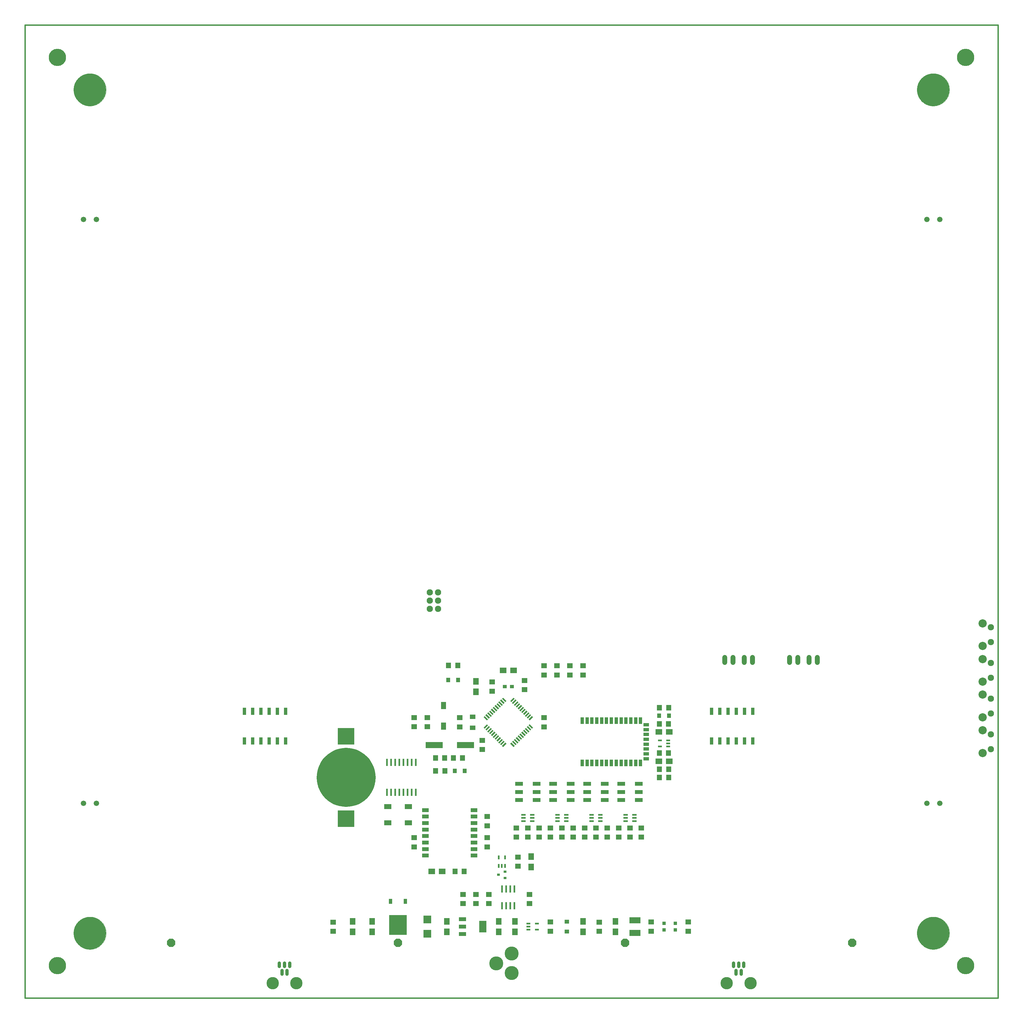
<source format=gts>
G75*
%MOIN*%
%OFA0B0*%
%FSLAX25Y25*%
%IPPOS*%
%LPD*%
%AMOC8*
5,1,8,0,0,1.08239X$1,22.5*
%
%ADD10C,0.01600*%
%ADD11C,0.00000*%
%ADD12C,0.39370*%
%ADD13R,0.07087X0.08465*%
%ADD14R,0.05512X0.04724*%
%ADD15R,0.09449X0.09449*%
%ADD16R,0.08800X0.04800*%
%ADD17R,0.08661X0.14173*%
%ADD18R,0.07087X0.06299*%
%ADD19R,0.13386X0.07480*%
%ADD20R,0.03937X0.03937*%
%ADD21R,0.07098X0.06299*%
%ADD22R,0.04724X0.03937*%
%ADD23R,0.08465X0.07087*%
%ADD24R,0.04724X0.02165*%
%ADD25R,0.06299X0.07087*%
%ADD26R,0.04724X0.05512*%
%ADD27R,0.03500X0.03100*%
%ADD28R,0.02362X0.08661*%
%ADD29R,0.07087X0.05512*%
%ADD30R,0.06299X0.07098*%
%ADD31C,0.17000*%
%ADD32R,0.21000X0.07600*%
%ADD33R,0.06299X0.09055*%
%ADD34C,0.15000*%
%ADD35C,0.04134*%
%ADD36C,0.07600*%
%ADD37R,0.05906X0.01969*%
%ADD38R,0.01969X0.05906*%
%ADD39R,0.03937X0.07874*%
%ADD40R,0.07087X0.03937*%
%ADD41R,0.16000X0.16000*%
%ADD42R,0.20000X0.20000*%
%ADD43C,0.00500*%
%ADD44R,0.07874X0.04724*%
%ADD45R,0.02165X0.04724*%
%ADD46R,0.09055X0.06299*%
%ADD47R,0.05315X0.02165*%
%ADD48OC8,0.10000*%
%ADD49C,0.06600*%
%ADD50R,0.03937X0.06299*%
%ADD51R,0.21260X0.24409*%
%ADD52C,0.21000*%
%ADD53C,0.06000*%
%ADD54R,0.09449X0.05000*%
%ADD55R,0.04000X0.09000*%
%ADD56C,0.10000*%
D10*
X0001800Y0009496D02*
X1182902Y0009496D01*
X1182902Y1190598D01*
X0001800Y1190598D01*
X0001800Y0009496D01*
D11*
X0060855Y0088236D02*
X0060861Y0088719D01*
X0060879Y0089202D01*
X0060908Y0089684D01*
X0060950Y0090165D01*
X0061003Y0090646D01*
X0061068Y0091124D01*
X0061145Y0091601D01*
X0061233Y0092076D01*
X0061333Y0092549D01*
X0061445Y0093019D01*
X0061568Y0093486D01*
X0061703Y0093950D01*
X0061849Y0094411D01*
X0062006Y0094868D01*
X0062174Y0095321D01*
X0062353Y0095769D01*
X0062544Y0096213D01*
X0062745Y0096652D01*
X0062957Y0097087D01*
X0063179Y0097515D01*
X0063412Y0097939D01*
X0063656Y0098356D01*
X0063909Y0098767D01*
X0064173Y0099172D01*
X0064446Y0099571D01*
X0064729Y0099962D01*
X0065021Y0100347D01*
X0065323Y0100724D01*
X0065634Y0101094D01*
X0065954Y0101456D01*
X0066283Y0101810D01*
X0066621Y0102155D01*
X0066966Y0102493D01*
X0067320Y0102822D01*
X0067682Y0103142D01*
X0068052Y0103453D01*
X0068429Y0103755D01*
X0068814Y0104047D01*
X0069205Y0104330D01*
X0069604Y0104603D01*
X0070009Y0104867D01*
X0070420Y0105120D01*
X0070837Y0105364D01*
X0071261Y0105597D01*
X0071689Y0105819D01*
X0072124Y0106031D01*
X0072563Y0106232D01*
X0073007Y0106423D01*
X0073455Y0106602D01*
X0073908Y0106770D01*
X0074365Y0106927D01*
X0074826Y0107073D01*
X0075290Y0107208D01*
X0075757Y0107331D01*
X0076227Y0107443D01*
X0076700Y0107543D01*
X0077175Y0107631D01*
X0077652Y0107708D01*
X0078130Y0107773D01*
X0078611Y0107826D01*
X0079092Y0107868D01*
X0079574Y0107897D01*
X0080057Y0107915D01*
X0080540Y0107921D01*
X0081023Y0107915D01*
X0081506Y0107897D01*
X0081988Y0107868D01*
X0082469Y0107826D01*
X0082950Y0107773D01*
X0083428Y0107708D01*
X0083905Y0107631D01*
X0084380Y0107543D01*
X0084853Y0107443D01*
X0085323Y0107331D01*
X0085790Y0107208D01*
X0086254Y0107073D01*
X0086715Y0106927D01*
X0087172Y0106770D01*
X0087625Y0106602D01*
X0088073Y0106423D01*
X0088517Y0106232D01*
X0088956Y0106031D01*
X0089391Y0105819D01*
X0089819Y0105597D01*
X0090243Y0105364D01*
X0090660Y0105120D01*
X0091071Y0104867D01*
X0091476Y0104603D01*
X0091875Y0104330D01*
X0092266Y0104047D01*
X0092651Y0103755D01*
X0093028Y0103453D01*
X0093398Y0103142D01*
X0093760Y0102822D01*
X0094114Y0102493D01*
X0094459Y0102155D01*
X0094797Y0101810D01*
X0095126Y0101456D01*
X0095446Y0101094D01*
X0095757Y0100724D01*
X0096059Y0100347D01*
X0096351Y0099962D01*
X0096634Y0099571D01*
X0096907Y0099172D01*
X0097171Y0098767D01*
X0097424Y0098356D01*
X0097668Y0097939D01*
X0097901Y0097515D01*
X0098123Y0097087D01*
X0098335Y0096652D01*
X0098536Y0096213D01*
X0098727Y0095769D01*
X0098906Y0095321D01*
X0099074Y0094868D01*
X0099231Y0094411D01*
X0099377Y0093950D01*
X0099512Y0093486D01*
X0099635Y0093019D01*
X0099747Y0092549D01*
X0099847Y0092076D01*
X0099935Y0091601D01*
X0100012Y0091124D01*
X0100077Y0090646D01*
X0100130Y0090165D01*
X0100172Y0089684D01*
X0100201Y0089202D01*
X0100219Y0088719D01*
X0100225Y0088236D01*
X0100219Y0087753D01*
X0100201Y0087270D01*
X0100172Y0086788D01*
X0100130Y0086307D01*
X0100077Y0085826D01*
X0100012Y0085348D01*
X0099935Y0084871D01*
X0099847Y0084396D01*
X0099747Y0083923D01*
X0099635Y0083453D01*
X0099512Y0082986D01*
X0099377Y0082522D01*
X0099231Y0082061D01*
X0099074Y0081604D01*
X0098906Y0081151D01*
X0098727Y0080703D01*
X0098536Y0080259D01*
X0098335Y0079820D01*
X0098123Y0079385D01*
X0097901Y0078957D01*
X0097668Y0078533D01*
X0097424Y0078116D01*
X0097171Y0077705D01*
X0096907Y0077300D01*
X0096634Y0076901D01*
X0096351Y0076510D01*
X0096059Y0076125D01*
X0095757Y0075748D01*
X0095446Y0075378D01*
X0095126Y0075016D01*
X0094797Y0074662D01*
X0094459Y0074317D01*
X0094114Y0073979D01*
X0093760Y0073650D01*
X0093398Y0073330D01*
X0093028Y0073019D01*
X0092651Y0072717D01*
X0092266Y0072425D01*
X0091875Y0072142D01*
X0091476Y0071869D01*
X0091071Y0071605D01*
X0090660Y0071352D01*
X0090243Y0071108D01*
X0089819Y0070875D01*
X0089391Y0070653D01*
X0088956Y0070441D01*
X0088517Y0070240D01*
X0088073Y0070049D01*
X0087625Y0069870D01*
X0087172Y0069702D01*
X0086715Y0069545D01*
X0086254Y0069399D01*
X0085790Y0069264D01*
X0085323Y0069141D01*
X0084853Y0069029D01*
X0084380Y0068929D01*
X0083905Y0068841D01*
X0083428Y0068764D01*
X0082950Y0068699D01*
X0082469Y0068646D01*
X0081988Y0068604D01*
X0081506Y0068575D01*
X0081023Y0068557D01*
X0080540Y0068551D01*
X0080057Y0068557D01*
X0079574Y0068575D01*
X0079092Y0068604D01*
X0078611Y0068646D01*
X0078130Y0068699D01*
X0077652Y0068764D01*
X0077175Y0068841D01*
X0076700Y0068929D01*
X0076227Y0069029D01*
X0075757Y0069141D01*
X0075290Y0069264D01*
X0074826Y0069399D01*
X0074365Y0069545D01*
X0073908Y0069702D01*
X0073455Y0069870D01*
X0073007Y0070049D01*
X0072563Y0070240D01*
X0072124Y0070441D01*
X0071689Y0070653D01*
X0071261Y0070875D01*
X0070837Y0071108D01*
X0070420Y0071352D01*
X0070009Y0071605D01*
X0069604Y0071869D01*
X0069205Y0072142D01*
X0068814Y0072425D01*
X0068429Y0072717D01*
X0068052Y0073019D01*
X0067682Y0073330D01*
X0067320Y0073650D01*
X0066966Y0073979D01*
X0066621Y0074317D01*
X0066283Y0074662D01*
X0065954Y0075016D01*
X0065634Y0075378D01*
X0065323Y0075748D01*
X0065021Y0076125D01*
X0064729Y0076510D01*
X0064446Y0076901D01*
X0064173Y0077300D01*
X0063909Y0077705D01*
X0063656Y0078116D01*
X0063412Y0078533D01*
X0063179Y0078957D01*
X0062957Y0079385D01*
X0062745Y0079820D01*
X0062544Y0080259D01*
X0062353Y0080703D01*
X0062174Y0081151D01*
X0062006Y0081604D01*
X0061849Y0082061D01*
X0061703Y0082522D01*
X0061568Y0082986D01*
X0061445Y0083453D01*
X0061333Y0083923D01*
X0061233Y0084396D01*
X0061145Y0084871D01*
X0061068Y0085348D01*
X0061003Y0085826D01*
X0060950Y0086307D01*
X0060908Y0086788D01*
X0060879Y0087270D01*
X0060861Y0087753D01*
X0060855Y0088236D01*
X0060855Y1111858D02*
X0060861Y1112341D01*
X0060879Y1112824D01*
X0060908Y1113306D01*
X0060950Y1113787D01*
X0061003Y1114268D01*
X0061068Y1114746D01*
X0061145Y1115223D01*
X0061233Y1115698D01*
X0061333Y1116171D01*
X0061445Y1116641D01*
X0061568Y1117108D01*
X0061703Y1117572D01*
X0061849Y1118033D01*
X0062006Y1118490D01*
X0062174Y1118943D01*
X0062353Y1119391D01*
X0062544Y1119835D01*
X0062745Y1120274D01*
X0062957Y1120709D01*
X0063179Y1121137D01*
X0063412Y1121561D01*
X0063656Y1121978D01*
X0063909Y1122389D01*
X0064173Y1122794D01*
X0064446Y1123193D01*
X0064729Y1123584D01*
X0065021Y1123969D01*
X0065323Y1124346D01*
X0065634Y1124716D01*
X0065954Y1125078D01*
X0066283Y1125432D01*
X0066621Y1125777D01*
X0066966Y1126115D01*
X0067320Y1126444D01*
X0067682Y1126764D01*
X0068052Y1127075D01*
X0068429Y1127377D01*
X0068814Y1127669D01*
X0069205Y1127952D01*
X0069604Y1128225D01*
X0070009Y1128489D01*
X0070420Y1128742D01*
X0070837Y1128986D01*
X0071261Y1129219D01*
X0071689Y1129441D01*
X0072124Y1129653D01*
X0072563Y1129854D01*
X0073007Y1130045D01*
X0073455Y1130224D01*
X0073908Y1130392D01*
X0074365Y1130549D01*
X0074826Y1130695D01*
X0075290Y1130830D01*
X0075757Y1130953D01*
X0076227Y1131065D01*
X0076700Y1131165D01*
X0077175Y1131253D01*
X0077652Y1131330D01*
X0078130Y1131395D01*
X0078611Y1131448D01*
X0079092Y1131490D01*
X0079574Y1131519D01*
X0080057Y1131537D01*
X0080540Y1131543D01*
X0081023Y1131537D01*
X0081506Y1131519D01*
X0081988Y1131490D01*
X0082469Y1131448D01*
X0082950Y1131395D01*
X0083428Y1131330D01*
X0083905Y1131253D01*
X0084380Y1131165D01*
X0084853Y1131065D01*
X0085323Y1130953D01*
X0085790Y1130830D01*
X0086254Y1130695D01*
X0086715Y1130549D01*
X0087172Y1130392D01*
X0087625Y1130224D01*
X0088073Y1130045D01*
X0088517Y1129854D01*
X0088956Y1129653D01*
X0089391Y1129441D01*
X0089819Y1129219D01*
X0090243Y1128986D01*
X0090660Y1128742D01*
X0091071Y1128489D01*
X0091476Y1128225D01*
X0091875Y1127952D01*
X0092266Y1127669D01*
X0092651Y1127377D01*
X0093028Y1127075D01*
X0093398Y1126764D01*
X0093760Y1126444D01*
X0094114Y1126115D01*
X0094459Y1125777D01*
X0094797Y1125432D01*
X0095126Y1125078D01*
X0095446Y1124716D01*
X0095757Y1124346D01*
X0096059Y1123969D01*
X0096351Y1123584D01*
X0096634Y1123193D01*
X0096907Y1122794D01*
X0097171Y1122389D01*
X0097424Y1121978D01*
X0097668Y1121561D01*
X0097901Y1121137D01*
X0098123Y1120709D01*
X0098335Y1120274D01*
X0098536Y1119835D01*
X0098727Y1119391D01*
X0098906Y1118943D01*
X0099074Y1118490D01*
X0099231Y1118033D01*
X0099377Y1117572D01*
X0099512Y1117108D01*
X0099635Y1116641D01*
X0099747Y1116171D01*
X0099847Y1115698D01*
X0099935Y1115223D01*
X0100012Y1114746D01*
X0100077Y1114268D01*
X0100130Y1113787D01*
X0100172Y1113306D01*
X0100201Y1112824D01*
X0100219Y1112341D01*
X0100225Y1111858D01*
X0100219Y1111375D01*
X0100201Y1110892D01*
X0100172Y1110410D01*
X0100130Y1109929D01*
X0100077Y1109448D01*
X0100012Y1108970D01*
X0099935Y1108493D01*
X0099847Y1108018D01*
X0099747Y1107545D01*
X0099635Y1107075D01*
X0099512Y1106608D01*
X0099377Y1106144D01*
X0099231Y1105683D01*
X0099074Y1105226D01*
X0098906Y1104773D01*
X0098727Y1104325D01*
X0098536Y1103881D01*
X0098335Y1103442D01*
X0098123Y1103007D01*
X0097901Y1102579D01*
X0097668Y1102155D01*
X0097424Y1101738D01*
X0097171Y1101327D01*
X0096907Y1100922D01*
X0096634Y1100523D01*
X0096351Y1100132D01*
X0096059Y1099747D01*
X0095757Y1099370D01*
X0095446Y1099000D01*
X0095126Y1098638D01*
X0094797Y1098284D01*
X0094459Y1097939D01*
X0094114Y1097601D01*
X0093760Y1097272D01*
X0093398Y1096952D01*
X0093028Y1096641D01*
X0092651Y1096339D01*
X0092266Y1096047D01*
X0091875Y1095764D01*
X0091476Y1095491D01*
X0091071Y1095227D01*
X0090660Y1094974D01*
X0090243Y1094730D01*
X0089819Y1094497D01*
X0089391Y1094275D01*
X0088956Y1094063D01*
X0088517Y1093862D01*
X0088073Y1093671D01*
X0087625Y1093492D01*
X0087172Y1093324D01*
X0086715Y1093167D01*
X0086254Y1093021D01*
X0085790Y1092886D01*
X0085323Y1092763D01*
X0084853Y1092651D01*
X0084380Y1092551D01*
X0083905Y1092463D01*
X0083428Y1092386D01*
X0082950Y1092321D01*
X0082469Y1092268D01*
X0081988Y1092226D01*
X0081506Y1092197D01*
X0081023Y1092179D01*
X0080540Y1092173D01*
X0080057Y1092179D01*
X0079574Y1092197D01*
X0079092Y1092226D01*
X0078611Y1092268D01*
X0078130Y1092321D01*
X0077652Y1092386D01*
X0077175Y1092463D01*
X0076700Y1092551D01*
X0076227Y1092651D01*
X0075757Y1092763D01*
X0075290Y1092886D01*
X0074826Y1093021D01*
X0074365Y1093167D01*
X0073908Y1093324D01*
X0073455Y1093492D01*
X0073007Y1093671D01*
X0072563Y1093862D01*
X0072124Y1094063D01*
X0071689Y1094275D01*
X0071261Y1094497D01*
X0070837Y1094730D01*
X0070420Y1094974D01*
X0070009Y1095227D01*
X0069604Y1095491D01*
X0069205Y1095764D01*
X0068814Y1096047D01*
X0068429Y1096339D01*
X0068052Y1096641D01*
X0067682Y1096952D01*
X0067320Y1097272D01*
X0066966Y1097601D01*
X0066621Y1097939D01*
X0066283Y1098284D01*
X0065954Y1098638D01*
X0065634Y1099000D01*
X0065323Y1099370D01*
X0065021Y1099747D01*
X0064729Y1100132D01*
X0064446Y1100523D01*
X0064173Y1100922D01*
X0063909Y1101327D01*
X0063656Y1101738D01*
X0063412Y1102155D01*
X0063179Y1102579D01*
X0062957Y1103007D01*
X0062745Y1103442D01*
X0062544Y1103881D01*
X0062353Y1104325D01*
X0062174Y1104773D01*
X0062006Y1105226D01*
X0061849Y1105683D01*
X0061703Y1106144D01*
X0061568Y1106608D01*
X0061445Y1107075D01*
X0061333Y1107545D01*
X0061233Y1108018D01*
X0061145Y1108493D01*
X0061068Y1108970D01*
X0061003Y1109448D01*
X0060950Y1109929D01*
X0060908Y1110410D01*
X0060879Y1110892D01*
X0060861Y1111375D01*
X0060855Y1111858D01*
X1084477Y1111858D02*
X1084483Y1112341D01*
X1084501Y1112824D01*
X1084530Y1113306D01*
X1084572Y1113787D01*
X1084625Y1114268D01*
X1084690Y1114746D01*
X1084767Y1115223D01*
X1084855Y1115698D01*
X1084955Y1116171D01*
X1085067Y1116641D01*
X1085190Y1117108D01*
X1085325Y1117572D01*
X1085471Y1118033D01*
X1085628Y1118490D01*
X1085796Y1118943D01*
X1085975Y1119391D01*
X1086166Y1119835D01*
X1086367Y1120274D01*
X1086579Y1120709D01*
X1086801Y1121137D01*
X1087034Y1121561D01*
X1087278Y1121978D01*
X1087531Y1122389D01*
X1087795Y1122794D01*
X1088068Y1123193D01*
X1088351Y1123584D01*
X1088643Y1123969D01*
X1088945Y1124346D01*
X1089256Y1124716D01*
X1089576Y1125078D01*
X1089905Y1125432D01*
X1090243Y1125777D01*
X1090588Y1126115D01*
X1090942Y1126444D01*
X1091304Y1126764D01*
X1091674Y1127075D01*
X1092051Y1127377D01*
X1092436Y1127669D01*
X1092827Y1127952D01*
X1093226Y1128225D01*
X1093631Y1128489D01*
X1094042Y1128742D01*
X1094459Y1128986D01*
X1094883Y1129219D01*
X1095311Y1129441D01*
X1095746Y1129653D01*
X1096185Y1129854D01*
X1096629Y1130045D01*
X1097077Y1130224D01*
X1097530Y1130392D01*
X1097987Y1130549D01*
X1098448Y1130695D01*
X1098912Y1130830D01*
X1099379Y1130953D01*
X1099849Y1131065D01*
X1100322Y1131165D01*
X1100797Y1131253D01*
X1101274Y1131330D01*
X1101752Y1131395D01*
X1102233Y1131448D01*
X1102714Y1131490D01*
X1103196Y1131519D01*
X1103679Y1131537D01*
X1104162Y1131543D01*
X1104645Y1131537D01*
X1105128Y1131519D01*
X1105610Y1131490D01*
X1106091Y1131448D01*
X1106572Y1131395D01*
X1107050Y1131330D01*
X1107527Y1131253D01*
X1108002Y1131165D01*
X1108475Y1131065D01*
X1108945Y1130953D01*
X1109412Y1130830D01*
X1109876Y1130695D01*
X1110337Y1130549D01*
X1110794Y1130392D01*
X1111247Y1130224D01*
X1111695Y1130045D01*
X1112139Y1129854D01*
X1112578Y1129653D01*
X1113013Y1129441D01*
X1113441Y1129219D01*
X1113865Y1128986D01*
X1114282Y1128742D01*
X1114693Y1128489D01*
X1115098Y1128225D01*
X1115497Y1127952D01*
X1115888Y1127669D01*
X1116273Y1127377D01*
X1116650Y1127075D01*
X1117020Y1126764D01*
X1117382Y1126444D01*
X1117736Y1126115D01*
X1118081Y1125777D01*
X1118419Y1125432D01*
X1118748Y1125078D01*
X1119068Y1124716D01*
X1119379Y1124346D01*
X1119681Y1123969D01*
X1119973Y1123584D01*
X1120256Y1123193D01*
X1120529Y1122794D01*
X1120793Y1122389D01*
X1121046Y1121978D01*
X1121290Y1121561D01*
X1121523Y1121137D01*
X1121745Y1120709D01*
X1121957Y1120274D01*
X1122158Y1119835D01*
X1122349Y1119391D01*
X1122528Y1118943D01*
X1122696Y1118490D01*
X1122853Y1118033D01*
X1122999Y1117572D01*
X1123134Y1117108D01*
X1123257Y1116641D01*
X1123369Y1116171D01*
X1123469Y1115698D01*
X1123557Y1115223D01*
X1123634Y1114746D01*
X1123699Y1114268D01*
X1123752Y1113787D01*
X1123794Y1113306D01*
X1123823Y1112824D01*
X1123841Y1112341D01*
X1123847Y1111858D01*
X1123841Y1111375D01*
X1123823Y1110892D01*
X1123794Y1110410D01*
X1123752Y1109929D01*
X1123699Y1109448D01*
X1123634Y1108970D01*
X1123557Y1108493D01*
X1123469Y1108018D01*
X1123369Y1107545D01*
X1123257Y1107075D01*
X1123134Y1106608D01*
X1122999Y1106144D01*
X1122853Y1105683D01*
X1122696Y1105226D01*
X1122528Y1104773D01*
X1122349Y1104325D01*
X1122158Y1103881D01*
X1121957Y1103442D01*
X1121745Y1103007D01*
X1121523Y1102579D01*
X1121290Y1102155D01*
X1121046Y1101738D01*
X1120793Y1101327D01*
X1120529Y1100922D01*
X1120256Y1100523D01*
X1119973Y1100132D01*
X1119681Y1099747D01*
X1119379Y1099370D01*
X1119068Y1099000D01*
X1118748Y1098638D01*
X1118419Y1098284D01*
X1118081Y1097939D01*
X1117736Y1097601D01*
X1117382Y1097272D01*
X1117020Y1096952D01*
X1116650Y1096641D01*
X1116273Y1096339D01*
X1115888Y1096047D01*
X1115497Y1095764D01*
X1115098Y1095491D01*
X1114693Y1095227D01*
X1114282Y1094974D01*
X1113865Y1094730D01*
X1113441Y1094497D01*
X1113013Y1094275D01*
X1112578Y1094063D01*
X1112139Y1093862D01*
X1111695Y1093671D01*
X1111247Y1093492D01*
X1110794Y1093324D01*
X1110337Y1093167D01*
X1109876Y1093021D01*
X1109412Y1092886D01*
X1108945Y1092763D01*
X1108475Y1092651D01*
X1108002Y1092551D01*
X1107527Y1092463D01*
X1107050Y1092386D01*
X1106572Y1092321D01*
X1106091Y1092268D01*
X1105610Y1092226D01*
X1105128Y1092197D01*
X1104645Y1092179D01*
X1104162Y1092173D01*
X1103679Y1092179D01*
X1103196Y1092197D01*
X1102714Y1092226D01*
X1102233Y1092268D01*
X1101752Y1092321D01*
X1101274Y1092386D01*
X1100797Y1092463D01*
X1100322Y1092551D01*
X1099849Y1092651D01*
X1099379Y1092763D01*
X1098912Y1092886D01*
X1098448Y1093021D01*
X1097987Y1093167D01*
X1097530Y1093324D01*
X1097077Y1093492D01*
X1096629Y1093671D01*
X1096185Y1093862D01*
X1095746Y1094063D01*
X1095311Y1094275D01*
X1094883Y1094497D01*
X1094459Y1094730D01*
X1094042Y1094974D01*
X1093631Y1095227D01*
X1093226Y1095491D01*
X1092827Y1095764D01*
X1092436Y1096047D01*
X1092051Y1096339D01*
X1091674Y1096641D01*
X1091304Y1096952D01*
X1090942Y1097272D01*
X1090588Y1097601D01*
X1090243Y1097939D01*
X1089905Y1098284D01*
X1089576Y1098638D01*
X1089256Y1099000D01*
X1088945Y1099370D01*
X1088643Y1099747D01*
X1088351Y1100132D01*
X1088068Y1100523D01*
X1087795Y1100922D01*
X1087531Y1101327D01*
X1087278Y1101738D01*
X1087034Y1102155D01*
X1086801Y1102579D01*
X1086579Y1103007D01*
X1086367Y1103442D01*
X1086166Y1103881D01*
X1085975Y1104325D01*
X1085796Y1104773D01*
X1085628Y1105226D01*
X1085471Y1105683D01*
X1085325Y1106144D01*
X1085190Y1106608D01*
X1085067Y1107075D01*
X1084955Y1107545D01*
X1084855Y1108018D01*
X1084767Y1108493D01*
X1084690Y1108970D01*
X1084625Y1109448D01*
X1084572Y1109929D01*
X1084530Y1110410D01*
X1084501Y1110892D01*
X1084483Y1111375D01*
X1084477Y1111858D01*
X1084477Y0088236D02*
X1084483Y0088719D01*
X1084501Y0089202D01*
X1084530Y0089684D01*
X1084572Y0090165D01*
X1084625Y0090646D01*
X1084690Y0091124D01*
X1084767Y0091601D01*
X1084855Y0092076D01*
X1084955Y0092549D01*
X1085067Y0093019D01*
X1085190Y0093486D01*
X1085325Y0093950D01*
X1085471Y0094411D01*
X1085628Y0094868D01*
X1085796Y0095321D01*
X1085975Y0095769D01*
X1086166Y0096213D01*
X1086367Y0096652D01*
X1086579Y0097087D01*
X1086801Y0097515D01*
X1087034Y0097939D01*
X1087278Y0098356D01*
X1087531Y0098767D01*
X1087795Y0099172D01*
X1088068Y0099571D01*
X1088351Y0099962D01*
X1088643Y0100347D01*
X1088945Y0100724D01*
X1089256Y0101094D01*
X1089576Y0101456D01*
X1089905Y0101810D01*
X1090243Y0102155D01*
X1090588Y0102493D01*
X1090942Y0102822D01*
X1091304Y0103142D01*
X1091674Y0103453D01*
X1092051Y0103755D01*
X1092436Y0104047D01*
X1092827Y0104330D01*
X1093226Y0104603D01*
X1093631Y0104867D01*
X1094042Y0105120D01*
X1094459Y0105364D01*
X1094883Y0105597D01*
X1095311Y0105819D01*
X1095746Y0106031D01*
X1096185Y0106232D01*
X1096629Y0106423D01*
X1097077Y0106602D01*
X1097530Y0106770D01*
X1097987Y0106927D01*
X1098448Y0107073D01*
X1098912Y0107208D01*
X1099379Y0107331D01*
X1099849Y0107443D01*
X1100322Y0107543D01*
X1100797Y0107631D01*
X1101274Y0107708D01*
X1101752Y0107773D01*
X1102233Y0107826D01*
X1102714Y0107868D01*
X1103196Y0107897D01*
X1103679Y0107915D01*
X1104162Y0107921D01*
X1104645Y0107915D01*
X1105128Y0107897D01*
X1105610Y0107868D01*
X1106091Y0107826D01*
X1106572Y0107773D01*
X1107050Y0107708D01*
X1107527Y0107631D01*
X1108002Y0107543D01*
X1108475Y0107443D01*
X1108945Y0107331D01*
X1109412Y0107208D01*
X1109876Y0107073D01*
X1110337Y0106927D01*
X1110794Y0106770D01*
X1111247Y0106602D01*
X1111695Y0106423D01*
X1112139Y0106232D01*
X1112578Y0106031D01*
X1113013Y0105819D01*
X1113441Y0105597D01*
X1113865Y0105364D01*
X1114282Y0105120D01*
X1114693Y0104867D01*
X1115098Y0104603D01*
X1115497Y0104330D01*
X1115888Y0104047D01*
X1116273Y0103755D01*
X1116650Y0103453D01*
X1117020Y0103142D01*
X1117382Y0102822D01*
X1117736Y0102493D01*
X1118081Y0102155D01*
X1118419Y0101810D01*
X1118748Y0101456D01*
X1119068Y0101094D01*
X1119379Y0100724D01*
X1119681Y0100347D01*
X1119973Y0099962D01*
X1120256Y0099571D01*
X1120529Y0099172D01*
X1120793Y0098767D01*
X1121046Y0098356D01*
X1121290Y0097939D01*
X1121523Y0097515D01*
X1121745Y0097087D01*
X1121957Y0096652D01*
X1122158Y0096213D01*
X1122349Y0095769D01*
X1122528Y0095321D01*
X1122696Y0094868D01*
X1122853Y0094411D01*
X1122999Y0093950D01*
X1123134Y0093486D01*
X1123257Y0093019D01*
X1123369Y0092549D01*
X1123469Y0092076D01*
X1123557Y0091601D01*
X1123634Y0091124D01*
X1123699Y0090646D01*
X1123752Y0090165D01*
X1123794Y0089684D01*
X1123823Y0089202D01*
X1123841Y0088719D01*
X1123847Y0088236D01*
X1123841Y0087753D01*
X1123823Y0087270D01*
X1123794Y0086788D01*
X1123752Y0086307D01*
X1123699Y0085826D01*
X1123634Y0085348D01*
X1123557Y0084871D01*
X1123469Y0084396D01*
X1123369Y0083923D01*
X1123257Y0083453D01*
X1123134Y0082986D01*
X1122999Y0082522D01*
X1122853Y0082061D01*
X1122696Y0081604D01*
X1122528Y0081151D01*
X1122349Y0080703D01*
X1122158Y0080259D01*
X1121957Y0079820D01*
X1121745Y0079385D01*
X1121523Y0078957D01*
X1121290Y0078533D01*
X1121046Y0078116D01*
X1120793Y0077705D01*
X1120529Y0077300D01*
X1120256Y0076901D01*
X1119973Y0076510D01*
X1119681Y0076125D01*
X1119379Y0075748D01*
X1119068Y0075378D01*
X1118748Y0075016D01*
X1118419Y0074662D01*
X1118081Y0074317D01*
X1117736Y0073979D01*
X1117382Y0073650D01*
X1117020Y0073330D01*
X1116650Y0073019D01*
X1116273Y0072717D01*
X1115888Y0072425D01*
X1115497Y0072142D01*
X1115098Y0071869D01*
X1114693Y0071605D01*
X1114282Y0071352D01*
X1113865Y0071108D01*
X1113441Y0070875D01*
X1113013Y0070653D01*
X1112578Y0070441D01*
X1112139Y0070240D01*
X1111695Y0070049D01*
X1111247Y0069870D01*
X1110794Y0069702D01*
X1110337Y0069545D01*
X1109876Y0069399D01*
X1109412Y0069264D01*
X1108945Y0069141D01*
X1108475Y0069029D01*
X1108002Y0068929D01*
X1107527Y0068841D01*
X1107050Y0068764D01*
X1106572Y0068699D01*
X1106091Y0068646D01*
X1105610Y0068604D01*
X1105128Y0068575D01*
X1104645Y0068557D01*
X1104162Y0068551D01*
X1103679Y0068557D01*
X1103196Y0068575D01*
X1102714Y0068604D01*
X1102233Y0068646D01*
X1101752Y0068699D01*
X1101274Y0068764D01*
X1100797Y0068841D01*
X1100322Y0068929D01*
X1099849Y0069029D01*
X1099379Y0069141D01*
X1098912Y0069264D01*
X1098448Y0069399D01*
X1097987Y0069545D01*
X1097530Y0069702D01*
X1097077Y0069870D01*
X1096629Y0070049D01*
X1096185Y0070240D01*
X1095746Y0070441D01*
X1095311Y0070653D01*
X1094883Y0070875D01*
X1094459Y0071108D01*
X1094042Y0071352D01*
X1093631Y0071605D01*
X1093226Y0071869D01*
X1092827Y0072142D01*
X1092436Y0072425D01*
X1092051Y0072717D01*
X1091674Y0073019D01*
X1091304Y0073330D01*
X1090942Y0073650D01*
X1090588Y0073979D01*
X1090243Y0074317D01*
X1089905Y0074662D01*
X1089576Y0075016D01*
X1089256Y0075378D01*
X1088945Y0075748D01*
X1088643Y0076125D01*
X1088351Y0076510D01*
X1088068Y0076901D01*
X1087795Y0077300D01*
X1087531Y0077705D01*
X1087278Y0078116D01*
X1087034Y0078533D01*
X1086801Y0078957D01*
X1086579Y0079385D01*
X1086367Y0079820D01*
X1086166Y0080259D01*
X1085975Y0080703D01*
X1085796Y0081151D01*
X1085628Y0081604D01*
X1085471Y0082061D01*
X1085325Y0082522D01*
X1085190Y0082986D01*
X1085067Y0083453D01*
X1084955Y0083923D01*
X1084855Y0084396D01*
X1084767Y0084871D01*
X1084690Y0085348D01*
X1084625Y0085826D01*
X1084572Y0086307D01*
X1084530Y0086788D01*
X1084501Y0087270D01*
X1084483Y0087753D01*
X1084477Y0088236D01*
D12*
X1104162Y0088236D03*
X1104162Y1111858D03*
X0080540Y1111858D03*
X0080540Y0088236D03*
D13*
X0399438Y0089713D03*
X0399438Y0102508D03*
X0423060Y0102508D03*
X0423060Y0089713D03*
X0513611Y0089713D03*
X0513611Y0102508D03*
X0576603Y0102508D03*
X0576603Y0089713D03*
X0596288Y0089713D03*
X0596288Y0102508D03*
X0615973Y0168453D03*
X0615973Y0181248D03*
X0678965Y0102508D03*
X0678965Y0089713D03*
X0718335Y0089713D03*
X0718335Y0102508D03*
X0549044Y0381051D03*
X0549044Y0393846D03*
D14*
X0659280Y0102016D03*
X0659280Y0090205D03*
D15*
X0489989Y0087449D03*
X0489989Y0104772D03*
D16*
X0532907Y0105210D03*
X0532907Y0096110D03*
X0532907Y0087010D03*
D17*
X0557308Y0096110D03*
D18*
X0533296Y0124063D03*
X0533296Y0135087D03*
X0600225Y0169339D03*
X0600225Y0180362D03*
X0598257Y0204772D03*
X0598257Y0215795D03*
X0625816Y0215795D03*
X0625816Y0204772D03*
X0639595Y0204772D03*
X0639595Y0215795D03*
X0667154Y0215795D03*
X0667154Y0204772D03*
X0680934Y0204772D03*
X0680934Y0215795D03*
X0708493Y0215795D03*
X0708493Y0204772D03*
X0722272Y0204772D03*
X0722272Y0215795D03*
X0749831Y0215795D03*
X0749831Y0204772D03*
X0698650Y0101622D03*
X0698650Y0090598D03*
X0614005Y0124063D03*
X0614005Y0135087D03*
X0489989Y0338630D03*
X0489989Y0349654D03*
X0474241Y0349654D03*
X0474241Y0338630D03*
X0608099Y0383906D03*
X0608099Y0394929D03*
X0375816Y0101622D03*
X0375816Y0090598D03*
D19*
X0741957Y0088433D03*
X0741957Y0103787D03*
D20*
X0777391Y0100047D03*
X0777391Y0092173D03*
X0791170Y0092173D03*
X0791170Y0100047D03*
D21*
X0806918Y0101709D03*
X0806918Y0090512D03*
X0761643Y0090512D03*
X0761643Y0101709D03*
X0736052Y0204685D03*
X0736052Y0215882D03*
X0694713Y0215882D03*
X0694713Y0204685D03*
X0653375Y0204685D03*
X0653375Y0215882D03*
X0612036Y0215882D03*
X0612036Y0204685D03*
X0562824Y0204071D03*
X0562824Y0192874D03*
X0562824Y0218465D03*
X0562824Y0229661D03*
X0556918Y0310984D03*
X0556918Y0322181D03*
X0529359Y0338543D03*
X0529359Y0349740D03*
X0568729Y0381850D03*
X0568729Y0393047D03*
X0631721Y0401535D03*
X0631721Y0412732D03*
X0647469Y0412732D03*
X0647469Y0401535D03*
X0663217Y0401535D03*
X0663217Y0412732D03*
X0678965Y0412732D03*
X0678965Y0401535D03*
X0631721Y0349740D03*
X0631721Y0338543D03*
X0474241Y0204071D03*
X0474241Y0192874D03*
X0549044Y0135173D03*
X0549044Y0123976D03*
X0564792Y0123976D03*
X0564792Y0135173D03*
X0639595Y0101709D03*
X0639595Y0090512D03*
D22*
X0592745Y0387449D03*
X0584083Y0387449D03*
D23*
X0582017Y0407134D03*
X0594812Y0407134D03*
X0770993Y0332331D03*
X0783788Y0332331D03*
X0783788Y0296898D03*
X0770993Y0296898D03*
X0508198Y0163039D03*
X0495402Y0163039D03*
D24*
X0612824Y0099850D03*
X0612824Y0096110D03*
X0612824Y0092370D03*
X0623060Y0092370D03*
X0623060Y0099850D03*
X0772272Y0314811D03*
X0772272Y0322291D03*
X0782509Y0322291D03*
X0782509Y0318551D03*
X0782509Y0314811D03*
D25*
X0782902Y0306740D03*
X0771879Y0306740D03*
X0771879Y0342173D03*
X0782902Y0342173D03*
X0534871Y0163039D03*
X0523847Y0163039D03*
X0521879Y0300835D03*
X0511249Y0300835D03*
X0500225Y0300835D03*
X0532902Y0300835D03*
D26*
X0535265Y0285087D03*
X0523454Y0285087D03*
X0527391Y0395323D03*
X0515580Y0395323D03*
X0771485Y0352016D03*
X0783296Y0352016D03*
D27*
X0584540Y0162802D03*
X0584540Y0155202D03*
X0576540Y0159002D03*
D28*
X0580914Y0141780D03*
X0585914Y0141780D03*
X0590914Y0141780D03*
X0595914Y0141780D03*
X0595914Y0121307D03*
X0590914Y0121307D03*
X0585914Y0121307D03*
X0580914Y0121307D03*
X0475993Y0259102D03*
X0470993Y0259102D03*
X0465993Y0259102D03*
X0460993Y0259102D03*
X0455993Y0259102D03*
X0450993Y0259102D03*
X0445993Y0259102D03*
X0440993Y0259102D03*
X0440993Y0295323D03*
X0445993Y0295323D03*
X0450993Y0295323D03*
X0455993Y0295323D03*
X0460993Y0295323D03*
X0465993Y0295323D03*
X0470993Y0295323D03*
X0475993Y0295323D03*
D29*
X0545107Y0337449D03*
X0545107Y0350835D03*
D30*
X0527083Y0413039D03*
X0515887Y0413039D03*
X0511335Y0285087D03*
X0500139Y0285087D03*
X0771792Y0287055D03*
X0771792Y0277213D03*
X0782989Y0277213D03*
X0782989Y0287055D03*
X0782989Y0361858D03*
X0771792Y0361858D03*
D31*
X0592351Y0063433D03*
X0573847Y0051622D03*
X0592351Y0039811D03*
D32*
X0536548Y0316583D03*
X0498548Y0316583D03*
D33*
X0509674Y0339614D03*
X0509674Y0364417D03*
D34*
X0331131Y0027488D03*
X0302391Y0027488D03*
X0853572Y0027488D03*
X0882312Y0027488D03*
D35*
X0871091Y0038512D02*
X0871091Y0042646D01*
X0867942Y0047764D02*
X0867942Y0051898D01*
X0874241Y0051898D02*
X0874241Y0047764D01*
X0864792Y0042646D02*
X0864792Y0038512D01*
X0861643Y0047764D02*
X0861643Y0051898D01*
X0323060Y0051898D02*
X0323060Y0047764D01*
X0319910Y0042646D02*
X0319910Y0038512D01*
X0313611Y0038512D02*
X0313611Y0042646D01*
X0310461Y0047764D02*
X0310461Y0051898D01*
X0316761Y0051898D02*
X0316761Y0047764D01*
D36*
X0493178Y0481780D03*
X0493178Y0491780D03*
X0493178Y0501780D03*
X0503178Y0501780D03*
X0503178Y0491780D03*
X0503178Y0481780D03*
X1174023Y0459341D03*
X1174023Y0441541D03*
X1174023Y0416034D03*
X1174023Y0398234D03*
X1174023Y0372727D03*
X1174023Y0354927D03*
X1174023Y0329420D03*
X1174023Y0311620D03*
D37*
G36*
X0617088Y0336348D02*
X0612913Y0340523D01*
X0614304Y0341914D01*
X0618479Y0337739D01*
X0617088Y0336348D01*
G37*
G36*
X0614861Y0334121D02*
X0610686Y0338296D01*
X0612077Y0339687D01*
X0616252Y0335512D01*
X0614861Y0334121D01*
G37*
G36*
X0612634Y0331894D02*
X0608459Y0336069D01*
X0609850Y0337460D01*
X0614025Y0333285D01*
X0612634Y0331894D01*
G37*
G36*
X0610407Y0329666D02*
X0606232Y0333841D01*
X0607623Y0335232D01*
X0611798Y0331057D01*
X0610407Y0329666D01*
G37*
G36*
X0608180Y0327439D02*
X0604005Y0331614D01*
X0605396Y0333005D01*
X0609571Y0328830D01*
X0608180Y0327439D01*
G37*
G36*
X0605953Y0325212D02*
X0601778Y0329387D01*
X0603169Y0330778D01*
X0607344Y0326603D01*
X0605953Y0325212D01*
G37*
G36*
X0603726Y0322985D02*
X0599551Y0327160D01*
X0600942Y0328551D01*
X0605117Y0324376D01*
X0603726Y0322985D01*
G37*
G36*
X0601498Y0320758D02*
X0597323Y0324933D01*
X0598714Y0326324D01*
X0602889Y0322149D01*
X0601498Y0320758D01*
G37*
G36*
X0599271Y0318531D02*
X0595096Y0322706D01*
X0596487Y0324097D01*
X0600662Y0319922D01*
X0599271Y0318531D01*
G37*
G36*
X0597044Y0316304D02*
X0592869Y0320479D01*
X0594260Y0321870D01*
X0598435Y0317695D01*
X0597044Y0316304D01*
G37*
G36*
X0594817Y0314077D02*
X0590642Y0318252D01*
X0592033Y0319643D01*
X0596208Y0315468D01*
X0594817Y0314077D01*
G37*
G36*
X0562524Y0346370D02*
X0558349Y0350545D01*
X0559740Y0351936D01*
X0563915Y0347761D01*
X0562524Y0346370D01*
G37*
G36*
X0564751Y0348597D02*
X0560576Y0352772D01*
X0561967Y0354163D01*
X0566142Y0349988D01*
X0564751Y0348597D01*
G37*
G36*
X0566978Y0350824D02*
X0562803Y0354999D01*
X0564194Y0356390D01*
X0568369Y0352215D01*
X0566978Y0350824D01*
G37*
G36*
X0569205Y0353051D02*
X0565030Y0357226D01*
X0566421Y0358617D01*
X0570596Y0354442D01*
X0569205Y0353051D01*
G37*
G36*
X0571433Y0355278D02*
X0567258Y0359453D01*
X0568649Y0360844D01*
X0572824Y0356669D01*
X0571433Y0355278D01*
G37*
G36*
X0573660Y0357505D02*
X0569485Y0361680D01*
X0570876Y0363071D01*
X0575051Y0358896D01*
X0573660Y0357505D01*
G37*
G36*
X0575887Y0359732D02*
X0571712Y0363907D01*
X0573103Y0365298D01*
X0577278Y0361123D01*
X0575887Y0359732D01*
G37*
G36*
X0578114Y0361959D02*
X0573939Y0366134D01*
X0575330Y0367525D01*
X0579505Y0363350D01*
X0578114Y0361959D01*
G37*
G36*
X0580341Y0364187D02*
X0576166Y0368362D01*
X0577557Y0369753D01*
X0581732Y0365578D01*
X0580341Y0364187D01*
G37*
G36*
X0582568Y0366414D02*
X0578393Y0370589D01*
X0579784Y0371980D01*
X0583959Y0367805D01*
X0582568Y0366414D01*
G37*
G36*
X0584795Y0368641D02*
X0580620Y0372816D01*
X0582011Y0374207D01*
X0586186Y0370032D01*
X0584795Y0368641D01*
G37*
D38*
G36*
X0592033Y0368641D02*
X0590642Y0370032D01*
X0594817Y0374207D01*
X0596208Y0372816D01*
X0592033Y0368641D01*
G37*
G36*
X0594260Y0366414D02*
X0592869Y0367805D01*
X0597044Y0371980D01*
X0598435Y0370589D01*
X0594260Y0366414D01*
G37*
G36*
X0596487Y0364187D02*
X0595096Y0365578D01*
X0599271Y0369753D01*
X0600662Y0368362D01*
X0596487Y0364187D01*
G37*
G36*
X0598714Y0361959D02*
X0597323Y0363350D01*
X0601498Y0367525D01*
X0602889Y0366134D01*
X0598714Y0361959D01*
G37*
G36*
X0600942Y0359732D02*
X0599551Y0361123D01*
X0603726Y0365298D01*
X0605117Y0363907D01*
X0600942Y0359732D01*
G37*
G36*
X0603169Y0357505D02*
X0601778Y0358896D01*
X0605953Y0363071D01*
X0607344Y0361680D01*
X0603169Y0357505D01*
G37*
G36*
X0605396Y0355278D02*
X0604005Y0356669D01*
X0608180Y0360844D01*
X0609571Y0359453D01*
X0605396Y0355278D01*
G37*
G36*
X0607623Y0353051D02*
X0606232Y0354442D01*
X0610407Y0358617D01*
X0611798Y0357226D01*
X0607623Y0353051D01*
G37*
G36*
X0609850Y0350824D02*
X0608459Y0352215D01*
X0612634Y0356390D01*
X0614025Y0354999D01*
X0609850Y0350824D01*
G37*
G36*
X0612077Y0348597D02*
X0610686Y0349988D01*
X0614861Y0354163D01*
X0616252Y0352772D01*
X0612077Y0348597D01*
G37*
G36*
X0614304Y0346370D02*
X0612913Y0347761D01*
X0617088Y0351936D01*
X0618479Y0350545D01*
X0614304Y0346370D01*
G37*
G36*
X0582011Y0314077D02*
X0580620Y0315468D01*
X0584795Y0319643D01*
X0586186Y0318252D01*
X0582011Y0314077D01*
G37*
G36*
X0579784Y0316304D02*
X0578393Y0317695D01*
X0582568Y0321870D01*
X0583959Y0320479D01*
X0579784Y0316304D01*
G37*
G36*
X0577557Y0318531D02*
X0576166Y0319922D01*
X0580341Y0324097D01*
X0581732Y0322706D01*
X0577557Y0318531D01*
G37*
G36*
X0575330Y0320758D02*
X0573939Y0322149D01*
X0578114Y0326324D01*
X0579505Y0324933D01*
X0575330Y0320758D01*
G37*
G36*
X0573103Y0322985D02*
X0571712Y0324376D01*
X0575887Y0328551D01*
X0577278Y0327160D01*
X0573103Y0322985D01*
G37*
G36*
X0570876Y0325212D02*
X0569485Y0326603D01*
X0573660Y0330778D01*
X0575051Y0329387D01*
X0570876Y0325212D01*
G37*
G36*
X0568649Y0327439D02*
X0567258Y0328830D01*
X0571433Y0333005D01*
X0572824Y0331614D01*
X0568649Y0327439D01*
G37*
G36*
X0566421Y0329666D02*
X0565030Y0331057D01*
X0569205Y0335232D01*
X0570596Y0333841D01*
X0566421Y0329666D01*
G37*
G36*
X0564194Y0331894D02*
X0562803Y0333285D01*
X0566978Y0337460D01*
X0568369Y0336069D01*
X0564194Y0331894D01*
G37*
G36*
X0561967Y0334121D02*
X0560576Y0335512D01*
X0564751Y0339687D01*
X0566142Y0338296D01*
X0561967Y0334121D01*
G37*
G36*
X0559740Y0336348D02*
X0558349Y0337739D01*
X0562524Y0341914D01*
X0563915Y0340523D01*
X0559740Y0336348D01*
G37*
D39*
X0678060Y0346110D03*
X0683965Y0346110D03*
X0689871Y0346110D03*
X0695776Y0346110D03*
X0701682Y0346110D03*
X0707587Y0346110D03*
X0713493Y0346110D03*
X0719398Y0346110D03*
X0725304Y0346110D03*
X0731209Y0346110D03*
X0737115Y0346110D03*
X0743020Y0346110D03*
X0748926Y0346110D03*
X0748926Y0294929D03*
X0743020Y0294929D03*
X0737115Y0294929D03*
X0731209Y0294929D03*
X0725304Y0294929D03*
X0719398Y0294929D03*
X0713493Y0294929D03*
X0707587Y0294929D03*
X0701682Y0294929D03*
X0695776Y0294929D03*
X0689871Y0294929D03*
X0683965Y0294929D03*
X0678060Y0294929D03*
D40*
X0755816Y0299850D03*
X0755816Y0305756D03*
X0755816Y0311661D03*
X0755816Y0317567D03*
X0755816Y0323472D03*
X0755816Y0329378D03*
X0755816Y0335283D03*
X0755816Y0341189D03*
D41*
X0391564Y0277213D03*
D42*
X0391564Y0327213D03*
X0391564Y0227213D03*
D43*
X0391564Y0241780D02*
X0395531Y0242002D01*
X0399448Y0242668D01*
X0403267Y0243768D01*
X0406938Y0245289D01*
X0410415Y0247211D01*
X0413656Y0249510D01*
X0416619Y0252158D01*
X0419266Y0255120D01*
X0421566Y0258361D01*
X0423488Y0261839D01*
X0425008Y0265510D01*
X0426108Y0269328D01*
X0426774Y0273245D01*
X0426997Y0277213D01*
X0426774Y0281180D01*
X0426108Y0285097D01*
X0425008Y0288915D01*
X0423488Y0292586D01*
X0421566Y0296064D01*
X0419266Y0299305D01*
X0416619Y0302268D01*
X0413656Y0304915D01*
X0410415Y0307215D01*
X0406938Y0309137D01*
X0403267Y0310657D01*
X0399448Y0311757D01*
X0395531Y0312423D01*
X0391564Y0312646D01*
X0387597Y0312423D01*
X0383679Y0311757D01*
X0379861Y0310657D01*
X0376190Y0309137D01*
X0372712Y0307215D01*
X0369472Y0304915D01*
X0366509Y0302268D01*
X0363861Y0299305D01*
X0361562Y0296064D01*
X0359640Y0292586D01*
X0358119Y0288915D01*
X0357019Y0285097D01*
X0356354Y0281180D01*
X0356131Y0277213D01*
X0356354Y0273245D01*
X0357019Y0269328D01*
X0358119Y0265510D01*
X0359640Y0261839D01*
X0361562Y0258361D01*
X0363861Y0255120D01*
X0366509Y0252158D01*
X0369472Y0249510D01*
X0372712Y0247211D01*
X0376190Y0245289D01*
X0379861Y0243768D01*
X0383679Y0242668D01*
X0387597Y0242002D01*
X0391564Y0241780D01*
X0391158Y0241802D02*
X0391970Y0241802D01*
X0397288Y0242301D02*
X0385840Y0242301D01*
X0383223Y0242799D02*
X0399905Y0242799D01*
X0401635Y0243298D02*
X0381493Y0243298D01*
X0379792Y0243796D02*
X0403335Y0243796D01*
X0404539Y0244295D02*
X0378589Y0244295D01*
X0377385Y0244793D02*
X0405742Y0244793D01*
X0406944Y0245292D02*
X0376184Y0245292D01*
X0375282Y0245790D02*
X0407846Y0245790D01*
X0408748Y0246289D02*
X0374380Y0246289D01*
X0373478Y0246787D02*
X0409650Y0246787D01*
X0410522Y0247286D02*
X0372606Y0247286D01*
X0371903Y0247784D02*
X0411224Y0247784D01*
X0411927Y0248283D02*
X0371201Y0248283D01*
X0370498Y0248781D02*
X0412629Y0248781D01*
X0413332Y0249280D02*
X0369796Y0249280D01*
X0369171Y0249779D02*
X0413957Y0249779D01*
X0414514Y0250277D02*
X0368613Y0250277D01*
X0368055Y0250776D02*
X0415072Y0250776D01*
X0415630Y0251274D02*
X0367498Y0251274D01*
X0366940Y0251773D02*
X0416188Y0251773D01*
X0416720Y0252271D02*
X0366407Y0252271D01*
X0365962Y0252770D02*
X0417166Y0252770D01*
X0417611Y0253268D02*
X0365516Y0253268D01*
X0365071Y0253767D02*
X0418057Y0253767D01*
X0418502Y0254265D02*
X0364625Y0254265D01*
X0364180Y0254764D02*
X0418948Y0254764D01*
X0419367Y0255262D02*
X0363761Y0255262D01*
X0363407Y0255761D02*
X0419721Y0255761D01*
X0420074Y0256259D02*
X0363053Y0256259D01*
X0362699Y0256758D02*
X0420428Y0256758D01*
X0420782Y0257256D02*
X0362346Y0257256D01*
X0361992Y0257755D02*
X0421136Y0257755D01*
X0421489Y0258253D02*
X0361638Y0258253D01*
X0361346Y0258752D02*
X0421782Y0258752D01*
X0422057Y0259250D02*
X0361070Y0259250D01*
X0360795Y0259749D02*
X0422333Y0259749D01*
X0422608Y0260247D02*
X0360519Y0260247D01*
X0360244Y0260746D02*
X0422884Y0260746D01*
X0423159Y0261244D02*
X0359968Y0261244D01*
X0359693Y0261743D02*
X0423435Y0261743D01*
X0423655Y0262241D02*
X0359473Y0262241D01*
X0359266Y0262740D02*
X0423861Y0262740D01*
X0424068Y0263238D02*
X0359060Y0263238D01*
X0358853Y0263737D02*
X0424274Y0263737D01*
X0424481Y0264235D02*
X0358647Y0264235D01*
X0358441Y0264734D02*
X0424687Y0264734D01*
X0424894Y0265232D02*
X0358234Y0265232D01*
X0358055Y0265731D02*
X0425072Y0265731D01*
X0425216Y0266229D02*
X0357912Y0266229D01*
X0357768Y0266728D02*
X0425359Y0266728D01*
X0425503Y0267226D02*
X0357625Y0267226D01*
X0357481Y0267725D02*
X0425647Y0267725D01*
X0425790Y0268223D02*
X0357337Y0268223D01*
X0357194Y0268722D02*
X0425934Y0268722D01*
X0426077Y0269220D02*
X0357050Y0269220D01*
X0356953Y0269719D02*
X0426175Y0269719D01*
X0426260Y0270217D02*
X0356868Y0270217D01*
X0356783Y0270716D02*
X0426344Y0270716D01*
X0426429Y0271215D02*
X0356699Y0271215D01*
X0356614Y0271713D02*
X0426514Y0271713D01*
X0426598Y0272212D02*
X0356529Y0272212D01*
X0356444Y0272710D02*
X0426683Y0272710D01*
X0426768Y0273209D02*
X0356360Y0273209D01*
X0356328Y0273707D02*
X0426800Y0273707D01*
X0426828Y0274206D02*
X0356300Y0274206D01*
X0356272Y0274704D02*
X0426856Y0274704D01*
X0426884Y0275203D02*
X0356244Y0275203D01*
X0356216Y0275701D02*
X0426912Y0275701D01*
X0426940Y0276200D02*
X0356188Y0276200D01*
X0356160Y0276698D02*
X0426968Y0276698D01*
X0426996Y0277197D02*
X0356132Y0277197D01*
X0356158Y0277695D02*
X0426970Y0277695D01*
X0426942Y0278194D02*
X0356186Y0278194D01*
X0356214Y0278692D02*
X0426914Y0278692D01*
X0426886Y0279191D02*
X0356242Y0279191D01*
X0356270Y0279689D02*
X0426858Y0279689D01*
X0426830Y0280188D02*
X0356298Y0280188D01*
X0356326Y0280686D02*
X0426802Y0280686D01*
X0426773Y0281185D02*
X0356354Y0281185D01*
X0356439Y0281683D02*
X0426689Y0281683D01*
X0426604Y0282182D02*
X0356524Y0282182D01*
X0356608Y0282680D02*
X0426519Y0282680D01*
X0426434Y0283179D02*
X0356693Y0283179D01*
X0356778Y0283677D02*
X0426350Y0283677D01*
X0426265Y0284176D02*
X0356863Y0284176D01*
X0356947Y0284674D02*
X0426180Y0284674D01*
X0426087Y0285173D02*
X0357041Y0285173D01*
X0357184Y0285671D02*
X0425943Y0285671D01*
X0425799Y0286170D02*
X0357328Y0286170D01*
X0357472Y0286668D02*
X0425656Y0286668D01*
X0425512Y0287167D02*
X0357615Y0287167D01*
X0357759Y0287665D02*
X0425369Y0287665D01*
X0425225Y0288164D02*
X0357903Y0288164D01*
X0358046Y0288662D02*
X0425081Y0288662D01*
X0424907Y0289161D02*
X0358221Y0289161D01*
X0358427Y0289659D02*
X0424700Y0289659D01*
X0424494Y0290158D02*
X0358634Y0290158D01*
X0358840Y0290656D02*
X0424287Y0290656D01*
X0424081Y0291155D02*
X0359047Y0291155D01*
X0359253Y0291653D02*
X0423874Y0291653D01*
X0423668Y0292152D02*
X0359460Y0292152D01*
X0359675Y0292650D02*
X0423452Y0292650D01*
X0423177Y0293149D02*
X0359951Y0293149D01*
X0360226Y0293648D02*
X0422901Y0293648D01*
X0422626Y0294146D02*
X0360502Y0294146D01*
X0360777Y0294645D02*
X0422350Y0294645D01*
X0422075Y0295143D02*
X0361053Y0295143D01*
X0361328Y0295642D02*
X0421799Y0295642D01*
X0421512Y0296140D02*
X0361616Y0296140D01*
X0361969Y0296639D02*
X0421158Y0296639D01*
X0420805Y0297137D02*
X0362323Y0297137D01*
X0362677Y0297636D02*
X0420451Y0297636D01*
X0420097Y0298134D02*
X0363030Y0298134D01*
X0363384Y0298633D02*
X0419743Y0298633D01*
X0419390Y0299131D02*
X0363738Y0299131D01*
X0364151Y0299630D02*
X0418976Y0299630D01*
X0418531Y0300128D02*
X0364597Y0300128D01*
X0365042Y0300627D02*
X0418085Y0300627D01*
X0417640Y0301125D02*
X0365488Y0301125D01*
X0365933Y0301624D02*
X0417194Y0301624D01*
X0416749Y0302122D02*
X0366379Y0302122D01*
X0366904Y0302621D02*
X0416224Y0302621D01*
X0415666Y0303119D02*
X0367462Y0303119D01*
X0368020Y0303618D02*
X0415108Y0303618D01*
X0414550Y0304116D02*
X0368577Y0304116D01*
X0369135Y0304615D02*
X0413992Y0304615D01*
X0413377Y0305113D02*
X0369751Y0305113D01*
X0370453Y0305612D02*
X0412674Y0305612D01*
X0411972Y0306110D02*
X0371156Y0306110D01*
X0371858Y0306609D02*
X0411269Y0306609D01*
X0410567Y0307107D02*
X0372561Y0307107D01*
X0373420Y0307606D02*
X0409707Y0307606D01*
X0408805Y0308104D02*
X0374322Y0308104D01*
X0375224Y0308603D02*
X0407904Y0308603D01*
X0407002Y0309101D02*
X0376126Y0309101D01*
X0377308Y0309600D02*
X0405819Y0309600D01*
X0404616Y0310098D02*
X0378512Y0310098D01*
X0379715Y0310597D02*
X0403412Y0310597D01*
X0401746Y0311095D02*
X0381382Y0311095D01*
X0383112Y0311594D02*
X0400015Y0311594D01*
X0397476Y0312092D02*
X0385652Y0312092D01*
X0390589Y0312591D02*
X0392538Y0312591D01*
D44*
X0487804Y0237508D03*
X0487804Y0229634D03*
X0487804Y0221760D03*
X0487804Y0213886D03*
X0487804Y0206012D03*
X0487804Y0198138D03*
X0487804Y0190264D03*
X0487804Y0182390D03*
X0546859Y0182390D03*
X0546859Y0190264D03*
X0546859Y0198138D03*
X0546859Y0206012D03*
X0546859Y0213886D03*
X0546859Y0221760D03*
X0546859Y0229634D03*
X0546859Y0237508D03*
D45*
X0576800Y0179969D03*
X0584280Y0179969D03*
X0584280Y0169732D03*
X0580540Y0169732D03*
X0576800Y0169732D03*
D46*
X0466957Y0222094D03*
X0466957Y0241780D03*
X0442154Y0241780D03*
X0442154Y0222094D03*
D47*
X0606622Y0224260D03*
X0606622Y0228000D03*
X0606622Y0231740D03*
X0617450Y0231740D03*
X0617450Y0228000D03*
X0617450Y0224260D03*
X0647961Y0224260D03*
X0647961Y0228000D03*
X0647961Y0231740D03*
X0658789Y0231740D03*
X0658789Y0228000D03*
X0658789Y0224260D03*
X0689300Y0224260D03*
X0689300Y0228000D03*
X0689300Y0231740D03*
X0700127Y0231740D03*
X0700127Y0228000D03*
X0700127Y0224260D03*
X0730638Y0224260D03*
X0730638Y0228000D03*
X0730638Y0231740D03*
X0741466Y0231740D03*
X0741466Y0228000D03*
X0741466Y0224260D03*
D48*
X0730146Y0076425D03*
X0454556Y0076425D03*
X0178965Y0076425D03*
X1005737Y0076425D03*
D49*
X1096288Y0245717D03*
X1112036Y0245717D03*
X1112036Y0954378D03*
X1096288Y0954378D03*
X0088414Y0954378D03*
X0072666Y0954378D03*
X0072666Y0245717D03*
X0088414Y0245717D03*
D50*
X0445580Y0126819D03*
X0463532Y0126819D03*
D51*
X0454556Y0098079D03*
D52*
X0041170Y0048866D03*
X0041170Y1151228D03*
X1143532Y1151228D03*
X1143532Y0048866D03*
D53*
X0963493Y0416693D02*
X0963493Y0422693D01*
X0953493Y0422693D02*
X0953493Y0416693D01*
X0939871Y0416693D02*
X0939871Y0422693D01*
X0929871Y0422693D02*
X0929871Y0416693D01*
X0884753Y0416693D02*
X0884753Y0422693D01*
X0874753Y0422693D02*
X0874753Y0416693D01*
X0861131Y0416693D02*
X0861131Y0422693D01*
X0851131Y0422693D02*
X0851131Y0416693D01*
D54*
X0746682Y0269339D03*
X0746682Y0259496D03*
X0746682Y0249654D03*
X0725422Y0249654D03*
X0725422Y0259496D03*
X0725422Y0269339D03*
X0705343Y0269339D03*
X0705343Y0259496D03*
X0705343Y0249654D03*
X0684083Y0249654D03*
X0684083Y0259496D03*
X0684083Y0269339D03*
X0664005Y0269339D03*
X0664005Y0259496D03*
X0664005Y0249654D03*
X0642745Y0249654D03*
X0642745Y0259496D03*
X0642745Y0269339D03*
X0622666Y0269339D03*
X0622666Y0259496D03*
X0622666Y0249654D03*
X0601406Y0249654D03*
X0601406Y0259496D03*
X0601406Y0269339D03*
D55*
X0835068Y0321528D03*
X0845068Y0321528D03*
X0855068Y0321528D03*
X0865068Y0321528D03*
X0875068Y0321528D03*
X0885068Y0321528D03*
X0885068Y0357528D03*
X0875068Y0357528D03*
X0865068Y0357528D03*
X0855068Y0357528D03*
X0845068Y0357528D03*
X0835068Y0357528D03*
X0318139Y0357528D03*
X0308139Y0357528D03*
X0298139Y0357528D03*
X0288139Y0357528D03*
X0278139Y0357528D03*
X0268139Y0357528D03*
X0268139Y0321528D03*
X0278139Y0321528D03*
X0288139Y0321528D03*
X0298139Y0321528D03*
X0308139Y0321528D03*
X0318139Y0321528D03*
D56*
X1164223Y0334320D03*
X1164223Y0350027D03*
X1164223Y0377627D03*
X1164223Y0393334D03*
X1164223Y0420934D03*
X1164223Y0436641D03*
X1164223Y0464241D03*
X1164223Y0306720D03*
M02*

</source>
